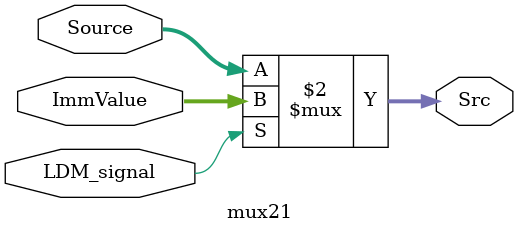
<source format=v>
module mux21(Source, ImmValue, LDM_signal, Src);
output [15:0] Src;
input [15:0] Source, ImmValue;
input LDM_signal;

assign Src=(LDM_signal == 1) ? ImmValue : Source;
endmodule

</source>
